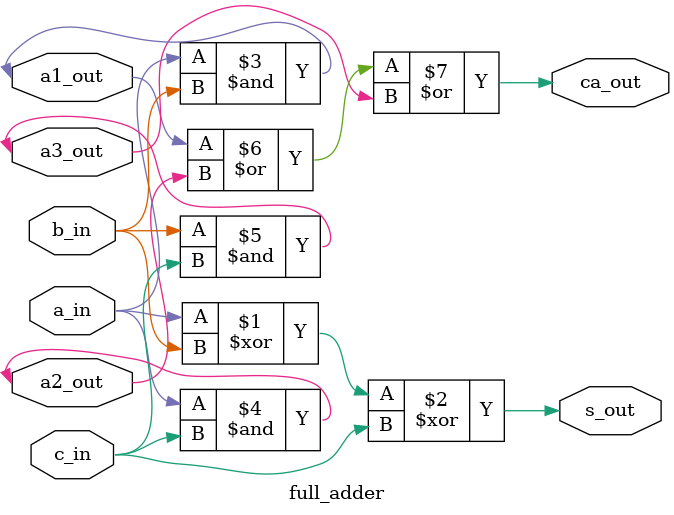
<source format=v>
module full_adder (s_out,ca_out,a2_out,a3_out,a1_out,a_in,b_in,c_in);

input a_in,b_in,c_in;
output s_out,ca_out;
inout a1_out,a2_out,a3_out;

xor dut1 (s_out,a_in,b_in,c_in);
and dut2 (a1_out,a_in,b_in);
and dut3 (a2_out,a_in,c_in);
and dut4 (a3_out,b_in,c_in);
or dut5 (ca_out,a1_out,a2_out,a3_out);

endmodule


</source>
